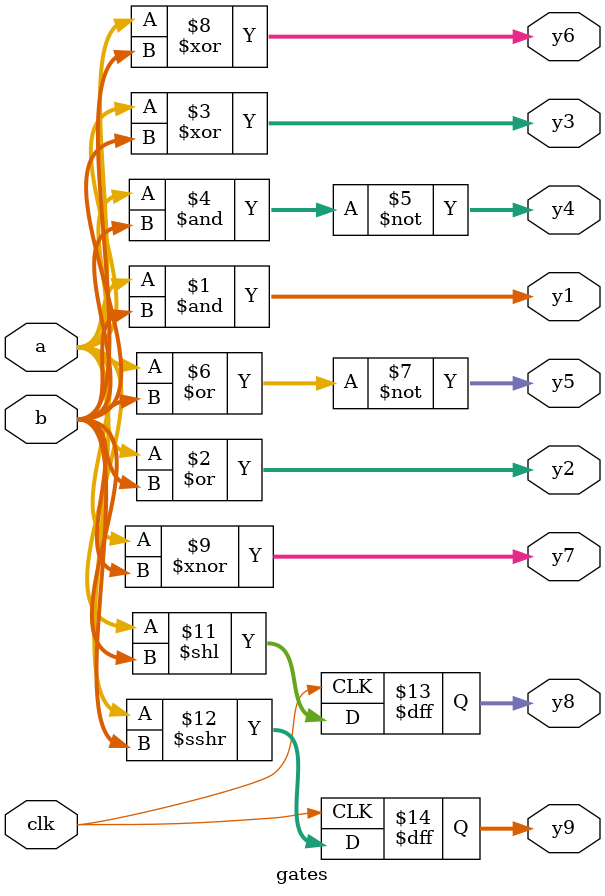
<source format=sv>
module gates( input logic clk,
  input logic [3:0] a, b,
  output logic [3:0] y1, y2, y3, y4, y5, y6, y7,
  output logic [3:0] y8, y9
);

assign y1 = a &  b;
assign y2 = a |  b;
assign y3 = a ^  b;
assign y4 = a ~& b;
assign y5 = a ~| b;
assign y6 = a ^  b;
assign y7 = a ~^ b;

always_ff@(posedge clk) begin
y8 <= a << b; // logical shift left
y9 <= a >>> b; // right arithmetical shift
end

endmodule

</source>
